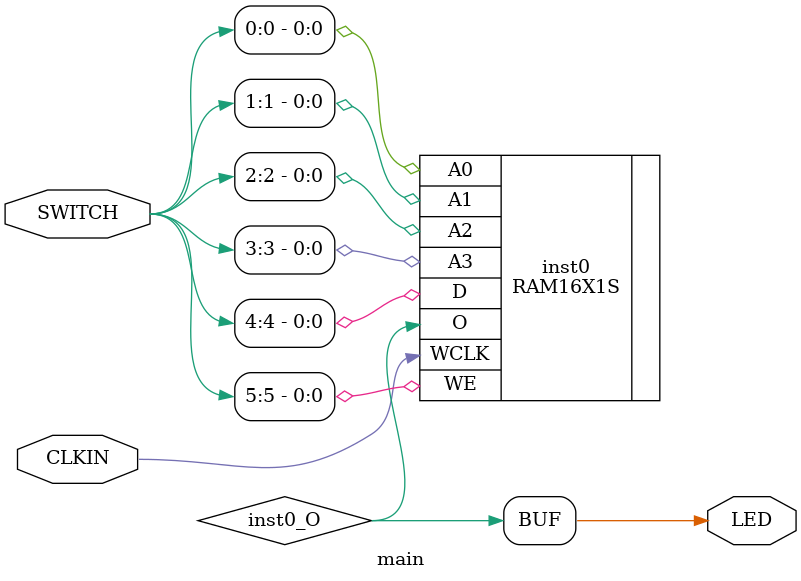
<source format=v>
module main (input [5:0] SWITCH, output  LED, input  CLKIN);
wire  inst0_O;
RAM16X1S #(.INIT(16'h1111)) inst0 (.A0(SWITCH[0]), .A1(SWITCH[1]), .A2(SWITCH[2]), .A3(SWITCH[3]), .O(inst0_O), .D(SWITCH[4]), .WE(SWITCH[5]), .WCLK(CLKIN));
assign LED = inst0_O;
endmodule


</source>
